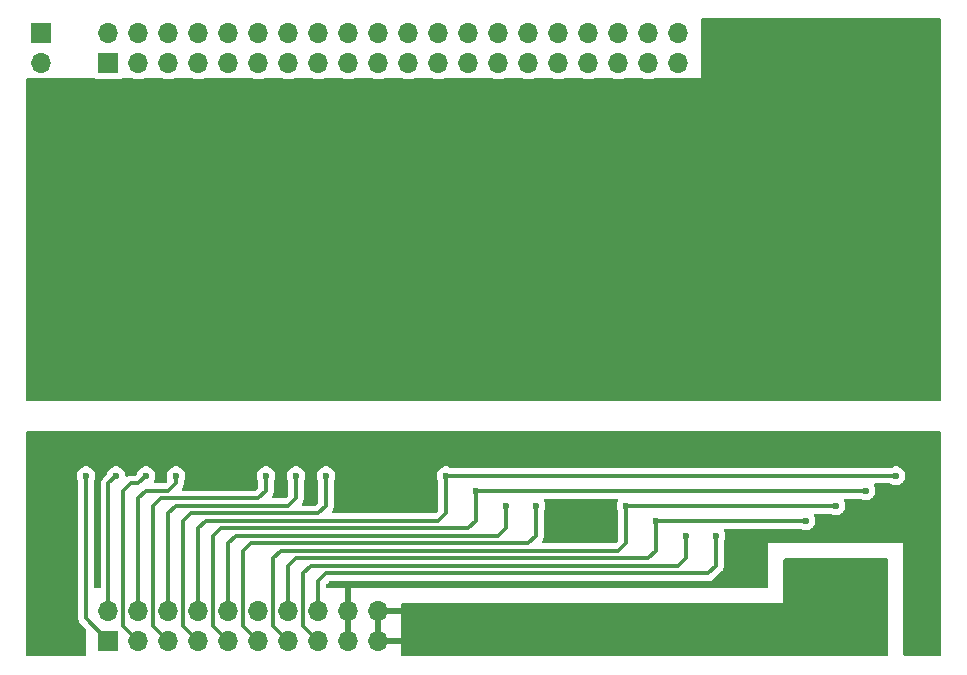
<source format=gbl>
G04 #@! TF.GenerationSoftware,KiCad,Pcbnew,9.0.0*
G04 #@! TF.CreationDate,2025-03-06T11:49:08+09:00*
G04 #@! TF.ProjectId,ufb_hat,7566625f-6861-4742-9e6b-696361645f70,rev?*
G04 #@! TF.SameCoordinates,PX2fd7508PY6486dd0*
G04 #@! TF.FileFunction,Copper,L2,Bot*
G04 #@! TF.FilePolarity,Positive*
%FSLAX46Y46*%
G04 Gerber Fmt 4.6, Leading zero omitted, Abs format (unit mm)*
G04 Created by KiCad (PCBNEW 9.0.0) date 2025-03-06 11:49:08*
%MOMM*%
%LPD*%
G01*
G04 APERTURE LIST*
G04 #@! TA.AperFunction,ComponentPad*
%ADD10R,1.700000X1.700000*%
G04 #@! TD*
G04 #@! TA.AperFunction,ComponentPad*
%ADD11O,1.700000X1.700000*%
G04 #@! TD*
G04 #@! TA.AperFunction,ViaPad*
%ADD12C,0.600000*%
G04 #@! TD*
G04 #@! TA.AperFunction,Conductor*
%ADD13C,0.300000*%
G04 #@! TD*
G04 #@! TA.AperFunction,Conductor*
%ADD14C,0.500000*%
G04 #@! TD*
G04 APERTURE END LIST*
D10*
G04 #@! TO.P,J3,1,Pin_1*
G04 #@! TO.N,Net-(J3-Pin_1)*
X2540000Y53975000D03*
D11*
G04 #@! TO.P,J3,2,Pin_2*
G04 #@! TO.N,/GND2*
X2540000Y51435000D03*
G04 #@! TD*
D10*
G04 #@! TO.P,J2,1,Pin_1*
G04 #@! TO.N,/UP*
X8255000Y2540000D03*
D11*
G04 #@! TO.P,J2,2,Pin_2*
G04 #@! TO.N,/DOWN*
X8255000Y5080000D03*
G04 #@! TO.P,J2,3,Pin_3*
G04 #@! TO.N,/RIGHT*
X10795000Y2540000D03*
G04 #@! TO.P,J2,4,Pin_4*
G04 #@! TO.N,/LEFT*
X10795000Y5080000D03*
G04 #@! TO.P,J2,5,Pin_5*
G04 #@! TO.N,/SHARE*
X13335000Y2540000D03*
G04 #@! TO.P,J2,6,Pin_6*
G04 #@! TO.N,/PS*
X13335000Y5080000D03*
G04 #@! TO.P,J2,7,Pin_7*
G04 #@! TO.N,/OPT*
X15875000Y2540000D03*
G04 #@! TO.P,J2,8,Pin_8*
G04 #@! TO.N,/P1*
X15875000Y5080000D03*
G04 #@! TO.P,J2,9,Pin_9*
G04 #@! TO.N,/P2*
X18415000Y2540000D03*
G04 #@! TO.P,J2,10,Pin_10*
G04 #@! TO.N,/P3*
X18415000Y5080000D03*
G04 #@! TO.P,J2,11,Pin_11*
G04 #@! TO.N,/P4*
X20955000Y2540000D03*
G04 #@! TO.P,J2,12,Pin_12*
G04 #@! TO.N,unconnected-(J2-Pin_12-Pad12)*
X20955000Y5080000D03*
G04 #@! TO.P,J2,13,Pin_13*
G04 #@! TO.N,/K1*
X23495000Y2540000D03*
G04 #@! TO.P,J2,14,Pin_14*
G04 #@! TO.N,/K2*
X23495000Y5080000D03*
G04 #@! TO.P,J2,15,Pin_15*
G04 #@! TO.N,/K3*
X26035000Y2540000D03*
G04 #@! TO.P,J2,16,Pin_16*
G04 #@! TO.N,/K4*
X26035000Y5080000D03*
G04 #@! TO.P,J2,17,Pin_17*
G04 #@! TO.N,/GND1*
X28575000Y2540000D03*
G04 #@! TO.P,J2,18,Pin_18*
X28575000Y5080000D03*
G04 #@! TO.P,J2,19,Pin_19*
G04 #@! TO.N,/VCC*
X31115000Y2540000D03*
G04 #@! TO.P,J2,20,Pin_20*
X31115000Y5080000D03*
G04 #@! TD*
D10*
G04 #@! TO.P,J1,1,3V3*
G04 #@! TO.N,unconnected-(J1-3V3-Pad1)_1*
X8255000Y51435000D03*
D11*
G04 #@! TO.P,J1,2,5V*
G04 #@! TO.N,Net-(J3-Pin_1)*
X8255000Y53975000D03*
G04 #@! TO.P,J1,3,GPIO2/SDA*
G04 #@! TO.N,unconnected-(J1-GPIO2{slash}SDA-Pad3)*
X10795000Y51435000D03*
G04 #@! TO.P,J1,4,5V*
G04 #@! TO.N,Net-(J3-Pin_1)*
X10795000Y53975000D03*
G04 #@! TO.P,J1,5,GPIO3/SCL*
G04 #@! TO.N,unconnected-(J1-GPIO3{slash}SCL-Pad5)*
X13335000Y51435000D03*
G04 #@! TO.P,J1,6,GND*
G04 #@! TO.N,/GND2*
X13335000Y53975000D03*
G04 #@! TO.P,J1,7,GPIO4/GCLK0*
G04 #@! TO.N,unconnected-(J1-GPIO4{slash}GCLK0-Pad7)*
X15875000Y51435000D03*
G04 #@! TO.P,J1,8,GPIO14/TXD*
G04 #@! TO.N,/GPIO14*
X15875000Y53975000D03*
G04 #@! TO.P,J1,9,GND*
G04 #@! TO.N,/GND2*
X18415000Y51435000D03*
G04 #@! TO.P,J1,10,GPIO15/RXD*
G04 #@! TO.N,/GPIO15*
X18415000Y53975000D03*
G04 #@! TO.P,J1,11,GPIO17*
G04 #@! TO.N,/GPIO18*
X20955000Y51435000D03*
G04 #@! TO.P,J1,12,GPIO18/PWM0*
G04 #@! TO.N,/GPIO17*
X20955000Y53975000D03*
G04 #@! TO.P,J1,13,GPIO27*
G04 #@! TO.N,/GPIO27*
X23495000Y51435000D03*
G04 #@! TO.P,J1,14,GND*
G04 #@! TO.N,/GND2*
X23495000Y53975000D03*
G04 #@! TO.P,J1,15,GPIO22*
G04 #@! TO.N,/GPIO22*
X26035000Y51435000D03*
G04 #@! TO.P,J1,16,GPIO23*
G04 #@! TO.N,/GPIO23*
X26035000Y53975000D03*
G04 #@! TO.P,J1,17,3V3*
G04 #@! TO.N,unconnected-(J1-3V3-Pad1)*
X28575000Y51435000D03*
G04 #@! TO.P,J1,18,GPIO24*
G04 #@! TO.N,/GPIO24*
X28575000Y53975000D03*
G04 #@! TO.P,J1,19,GPIO10/MOSI0*
G04 #@! TO.N,/GPIO10*
X31115000Y51435000D03*
G04 #@! TO.P,J1,20,GND*
G04 #@! TO.N,/GND2*
X31115000Y53975000D03*
G04 #@! TO.P,J1,21,GPIO9/MISO0*
G04 #@! TO.N,/GPIO9*
X33655000Y51435000D03*
G04 #@! TO.P,J1,22,GPIO25*
G04 #@! TO.N,/GPIO25*
X33655000Y53975000D03*
G04 #@! TO.P,J1,23,GPIO11/SCLK0*
G04 #@! TO.N,/GPIO11*
X36195000Y51435000D03*
G04 #@! TO.P,J1,24,GPIO8/~{CE0}*
G04 #@! TO.N,/GPIO8*
X36195000Y53975000D03*
G04 #@! TO.P,J1,25,GND*
G04 #@! TO.N,/GND2*
X38735000Y51435000D03*
G04 #@! TO.P,J1,26,GPIO7/~{CE1}*
G04 #@! TO.N,unconnected-(J1-GPIO7{slash}~{CE1}-Pad26)*
X38735000Y53975000D03*
G04 #@! TO.P,J1,27,GPIO0/ID_SD*
G04 #@! TO.N,unconnected-(J1-GPIO0{slash}ID_SD-Pad27)*
X41275000Y51435000D03*
G04 #@! TO.P,J1,28,GPIO1/ID_SC*
G04 #@! TO.N,unconnected-(J1-GPIO1{slash}ID_SC-Pad28)*
X41275000Y53975000D03*
G04 #@! TO.P,J1,29,GPIO5/GCLK1*
G04 #@! TO.N,unconnected-(J1-GPIO5{slash}GCLK1-Pad29)*
X43815000Y51435000D03*
G04 #@! TO.P,J1,30,GND*
G04 #@! TO.N,/GND2*
X43815000Y53975000D03*
G04 #@! TO.P,J1,31,GPIO6/GCLK2*
G04 #@! TO.N,unconnected-(J1-GPIO6{slash}GCLK2-Pad31)*
X46355000Y51435000D03*
G04 #@! TO.P,J1,32,GPIO12/PWM0*
G04 #@! TO.N,/GPIO12*
X46355000Y53975000D03*
G04 #@! TO.P,J1,33,GPIO13/PWM1*
G04 #@! TO.N,/GPIO13*
X48895000Y51435000D03*
G04 #@! TO.P,J1,34,GND*
G04 #@! TO.N,/GND2*
X48895000Y53975000D03*
G04 #@! TO.P,J1,35,GPIO19/MISO1*
G04 #@! TO.N,/GPIO19*
X51435000Y51435000D03*
G04 #@! TO.P,J1,36,GPIO16*
G04 #@! TO.N,/GPIO16*
X51435000Y53975000D03*
G04 #@! TO.P,J1,37,GPIO26*
G04 #@! TO.N,/GPIO26*
X53975000Y51435000D03*
G04 #@! TO.P,J1,38,GPIO20/MOSI1*
G04 #@! TO.N,/GPIO20*
X53975000Y53975000D03*
G04 #@! TO.P,J1,39,GND*
G04 #@! TO.N,/GND2*
X56515000Y51435000D03*
G04 #@! TO.P,J1,40,GPIO21/SCLK1*
G04 #@! TO.N,/GPIO21*
X56515000Y53975000D03*
G04 #@! TD*
D12*
G04 #@! TO.N,/GND2*
X62865000Y33655000D03*
X62865000Y23495000D03*
G04 #@! TO.N,/GND1*
X62865000Y7620000D03*
X62865000Y19685000D03*
X47625000Y11430000D03*
X32385000Y13970000D03*
X17145000Y15875000D03*
G04 #@! TO.N,/GND2*
X66675000Y54610000D03*
X78105000Y54610000D03*
X78105000Y44450000D03*
X78105000Y33655000D03*
X78105000Y23495000D03*
G04 #@! TO.N,/GND1*
X78105000Y19685000D03*
X78105000Y10795000D03*
X78105000Y1905000D03*
G04 #@! TO.N,/VCC*
X66675000Y1905000D03*
X55880000Y1905000D03*
X45085000Y1905000D03*
G04 #@! TO.N,/LEFT*
X13970000Y16510000D03*
G04 #@! TO.N,/PS*
X24130000Y16510000D03*
G04 #@! TO.N,/P1*
X74930000Y16510000D03*
X36830000Y16510000D03*
G04 #@! TO.N,/RIGHT*
X11430000Y16510000D03*
G04 #@! TO.N,/K2*
X67310000Y12700000D03*
X54610000Y12700000D03*
G04 #@! TO.N,/P4*
X44450000Y13970000D03*
G04 #@! TO.N,/P3*
X41910000Y13970000D03*
G04 #@! TO.N,/K4*
X59690000Y11430000D03*
G04 #@! TO.N,/P2*
X39370000Y15240000D03*
X72390000Y15240000D03*
G04 #@! TO.N,/SHARE*
X21590000Y16510000D03*
G04 #@! TO.N,/OPT*
X26670000Y16510000D03*
G04 #@! TO.N,/K3*
X57150000Y11430000D03*
G04 #@! TO.N,/UP*
X6350000Y16510000D03*
G04 #@! TO.N,/K1*
X69850000Y13970000D03*
X52070000Y13970000D03*
G04 #@! TO.N,/DOWN*
X8890000Y16510000D03*
G04 #@! TO.N,/GND1*
X1905000Y10795000D03*
X28575000Y6985000D03*
X17145000Y19685000D03*
X47625000Y19685000D03*
X1905000Y19685000D03*
X32385000Y19685000D03*
X1905000Y1905000D03*
G04 #@! TO.N,/VCC*
X72390000Y8255000D03*
X33655000Y5080000D03*
X33655000Y2540000D03*
X67310000Y8255000D03*
G04 #@! TO.N,/GND2*
X67310000Y46355000D03*
X38100000Y27940000D03*
X12700000Y27940000D03*
X38100000Y41275000D03*
X58420000Y45085000D03*
X47625000Y42545000D03*
X17145000Y44450000D03*
X55880000Y44450000D03*
X69850000Y46990000D03*
X22860000Y27940000D03*
X38100000Y35560000D03*
X40640000Y27940000D03*
X10160000Y27940000D03*
X25400000Y27940000D03*
X25400000Y46990000D03*
X43180000Y42545000D03*
X43180000Y35560000D03*
X69850000Y27940000D03*
X12700000Y35560000D03*
X18415000Y49530000D03*
X1905000Y23495000D03*
X47625000Y33655000D03*
X32385000Y33655000D03*
X24765000Y49530000D03*
X7620000Y27940000D03*
X55880000Y35560000D03*
X40640000Y41910000D03*
X12700000Y45720000D03*
X1905000Y44450000D03*
X38735000Y49530000D03*
X10160000Y35560000D03*
X45085000Y49530000D03*
X1905000Y33655000D03*
X40640000Y35560000D03*
X2540000Y49530000D03*
X43180000Y27940000D03*
X67310000Y27940000D03*
X47625000Y23495000D03*
X7620000Y46990000D03*
X32385000Y23495000D03*
X67310000Y35560000D03*
X25400000Y35560000D03*
X53340000Y35560000D03*
X10160000Y46355000D03*
X72390000Y35560000D03*
X72390000Y27940000D03*
X27940000Y35560000D03*
X62865000Y45085000D03*
X58420000Y27940000D03*
X7620000Y35560000D03*
X27940000Y46990000D03*
X58420000Y35560000D03*
X17145000Y33655000D03*
X27940000Y27940000D03*
X53340000Y27940000D03*
X56515000Y49530000D03*
X32385000Y40005000D03*
X72390000Y47625000D03*
X55880000Y27940000D03*
X17145000Y23495000D03*
X53340000Y43815000D03*
X22860000Y35560000D03*
X50165000Y49530000D03*
X32385000Y49530000D03*
X69850000Y35560000D03*
X12065000Y49530000D03*
G04 #@! TD*
D13*
G04 #@! TO.N,/LEFT*
X13970000Y15875000D02*
X13970000Y16510000D01*
X13335000Y15240000D02*
X13970000Y15875000D01*
X11430000Y15240000D02*
X13335000Y15240000D01*
X10795000Y14605000D02*
X11430000Y15240000D01*
X10795000Y5080000D02*
X10795000Y14605000D01*
G04 #@! TO.N,/PS*
X13335000Y13335000D02*
X13335000Y5080000D01*
X24130000Y16510000D02*
X24130000Y14605000D01*
X24130000Y14605000D02*
X23495000Y13970000D01*
X13970000Y13970000D02*
X13335000Y13335000D01*
X23495000Y13970000D02*
X13970000Y13970000D01*
G04 #@! TO.N,/P1*
X15875000Y12065000D02*
X15875000Y5080000D01*
X36830000Y16510000D02*
X36830000Y13335000D01*
X36830000Y13335000D02*
X36195000Y12700000D01*
X74914000Y16526000D02*
X36846000Y16526000D01*
X36195000Y12700000D02*
X16510000Y12700000D01*
X16510000Y12700000D02*
X15875000Y12065000D01*
X74930000Y16510000D02*
X74914000Y16526000D01*
X36846000Y16526000D02*
X36830000Y16510000D01*
G04 #@! TO.N,/RIGHT*
X10795000Y2540000D02*
X9525000Y3810000D01*
X9525000Y15240000D02*
X10160000Y15875000D01*
X10160000Y15875000D02*
X10795000Y15875000D01*
X9525000Y3810000D02*
X9525000Y15240000D01*
X10795000Y15875000D02*
X11430000Y16510000D01*
G04 #@! TO.N,/K2*
X24130000Y9525000D02*
X23495000Y8890000D01*
X54610000Y12700000D02*
X54610000Y10160000D01*
X67310000Y12700000D02*
X54610000Y12700000D01*
X53975000Y9525000D02*
X24130000Y9525000D01*
X23495000Y8890000D02*
X23495000Y5080000D01*
X54610000Y10160000D02*
X53975000Y9525000D01*
G04 #@! TO.N,/P4*
X19685000Y3810000D02*
X20955000Y2540000D01*
X43815000Y10795000D02*
X20320000Y10795000D01*
X44450000Y11430000D02*
X43815000Y10795000D01*
X44450000Y13970000D02*
X44450000Y11430000D01*
X19685000Y10160000D02*
X19685000Y3810000D01*
X20320000Y10795000D02*
X19685000Y10160000D01*
G04 #@! TO.N,/P3*
X41275000Y11430000D02*
X19050000Y11430000D01*
X41910000Y13970000D02*
X41910000Y12065000D01*
X18415000Y10795000D02*
X18415000Y5080000D01*
X19050000Y11430000D02*
X18415000Y10795000D01*
X41910000Y12065000D02*
X41275000Y11430000D01*
G04 #@! TO.N,/K4*
X59690000Y8890000D02*
X59055000Y8255000D01*
X26670000Y8255000D02*
X26035000Y7620000D01*
X59690000Y11430000D02*
X59690000Y8890000D01*
X59055000Y8255000D02*
X26670000Y8255000D01*
X26035000Y7620000D02*
X26035000Y5080000D01*
G04 #@! TO.N,/P2*
X39370000Y15240000D02*
X39370000Y12700000D01*
X39370000Y12700000D02*
X38735000Y12065000D01*
X17780000Y12065000D02*
X17145000Y11430000D01*
X17145000Y11430000D02*
X17145000Y3810000D01*
X72390000Y15240000D02*
X39370000Y15240000D01*
X17145000Y3810000D02*
X18415000Y2540000D01*
X38735000Y12065000D02*
X17780000Y12065000D01*
G04 #@! TO.N,/SHARE*
X13335000Y2540000D02*
X12065000Y3810000D01*
X12700000Y14605000D02*
X20955000Y14605000D01*
X21590000Y15240000D02*
X21590000Y16510000D01*
X20955000Y14605000D02*
X21590000Y15240000D01*
X12065000Y3810000D02*
X12065000Y13970000D01*
X12065000Y13970000D02*
X12700000Y14605000D01*
G04 #@! TO.N,/OPT*
X15875000Y2540000D02*
X14605000Y3810000D01*
X26670000Y13970000D02*
X26670000Y16510000D01*
X14605000Y3810000D02*
X14605000Y12700000D01*
X14605000Y12700000D02*
X15240000Y13335000D01*
X26035000Y13335000D02*
X26670000Y13970000D01*
X15240000Y13335000D02*
X26035000Y13335000D01*
G04 #@! TO.N,/K3*
X25400000Y8890000D02*
X24765000Y8255000D01*
X24765000Y8255000D02*
X24765000Y3810000D01*
X57150000Y11430000D02*
X57150000Y9525000D01*
X24765000Y3810000D02*
X26035000Y2540000D01*
X56515000Y8890000D02*
X25400000Y8890000D01*
X57150000Y9525000D02*
X56515000Y8890000D01*
G04 #@! TO.N,/UP*
X8255000Y2540000D02*
X6350000Y4445000D01*
X6350000Y4445000D02*
X6350000Y16510000D01*
G04 #@! TO.N,/K1*
X51435000Y10160000D02*
X22860000Y10160000D01*
X52070000Y10795000D02*
X51435000Y10160000D01*
X52070000Y13970000D02*
X52070000Y10795000D01*
X22225000Y3810000D02*
X23495000Y2540000D01*
X69850000Y13970000D02*
X52070000Y13970000D01*
X22860000Y10160000D02*
X22225000Y9525000D01*
X22225000Y9525000D02*
X22225000Y3810000D01*
G04 #@! TO.N,/DOWN*
X8255000Y5080000D02*
X8255000Y15875000D01*
X8255000Y15875000D02*
X8890000Y16510000D01*
D14*
G04 #@! TO.N,/GND1*
X28575000Y2540000D02*
X28575000Y6985000D01*
G04 #@! TO.N,/VCC*
X31115000Y2540000D02*
X33655000Y2540000D01*
X31115000Y5080000D02*
X33655000Y5080000D01*
X31115000Y2540000D02*
X31115000Y5080000D01*
G04 #@! TD*
G04 #@! TA.AperFunction,Conductor*
G04 #@! TO.N,/GND2*
G36*
X78683039Y55225315D02*
G01*
X78728794Y55172511D01*
X78740000Y55121000D01*
X78740000Y22984000D01*
X78720315Y22916961D01*
X78667511Y22871206D01*
X78616000Y22860000D01*
X1394000Y22860000D01*
X1326961Y22879685D01*
X1281206Y22932489D01*
X1270000Y22984000D01*
X1270000Y50041000D01*
X1289685Y50108039D01*
X1342489Y50153794D01*
X1394000Y50165000D01*
X7089611Y50165000D01*
X7156650Y50145315D01*
X7162209Y50141456D01*
X7162665Y50141207D01*
X7162669Y50141204D01*
X7162672Y50141203D01*
X7297517Y50090909D01*
X7297516Y50090909D01*
X7304444Y50090165D01*
X7357127Y50084500D01*
X9152872Y50084501D01*
X9212483Y50090909D01*
X9347331Y50141204D01*
X9347336Y50141209D01*
X9355109Y50145452D01*
X9355933Y50143943D01*
X9411543Y50164684D01*
X9420389Y50165000D01*
X10313709Y50165000D01*
X10352027Y50158932D01*
X10478757Y50117754D01*
X10688713Y50084500D01*
X10688714Y50084500D01*
X10901286Y50084500D01*
X10901287Y50084500D01*
X11111243Y50117754D01*
X11237972Y50158932D01*
X11276291Y50165000D01*
X12853709Y50165000D01*
X12892027Y50158932D01*
X13018757Y50117754D01*
X13228713Y50084500D01*
X13228714Y50084500D01*
X13441286Y50084500D01*
X13441287Y50084500D01*
X13651243Y50117754D01*
X13777972Y50158932D01*
X13816291Y50165000D01*
X15393709Y50165000D01*
X15432027Y50158932D01*
X15558757Y50117754D01*
X15768713Y50084500D01*
X15768714Y50084500D01*
X15981286Y50084500D01*
X15981287Y50084500D01*
X16191243Y50117754D01*
X16317972Y50158932D01*
X16356291Y50165000D01*
X20473709Y50165000D01*
X20512027Y50158932D01*
X20638757Y50117754D01*
X20848713Y50084500D01*
X20848714Y50084500D01*
X21061286Y50084500D01*
X21061287Y50084500D01*
X21271243Y50117754D01*
X21397972Y50158932D01*
X21436291Y50165000D01*
X23013709Y50165000D01*
X23052027Y50158932D01*
X23178757Y50117754D01*
X23388713Y50084500D01*
X23388714Y50084500D01*
X23601286Y50084500D01*
X23601287Y50084500D01*
X23811243Y50117754D01*
X23937972Y50158932D01*
X23976291Y50165000D01*
X25553709Y50165000D01*
X25592027Y50158932D01*
X25718757Y50117754D01*
X25928713Y50084500D01*
X25928714Y50084500D01*
X26141286Y50084500D01*
X26141287Y50084500D01*
X26351243Y50117754D01*
X26477972Y50158932D01*
X26516291Y50165000D01*
X28093709Y50165000D01*
X28132027Y50158932D01*
X28258757Y50117754D01*
X28468713Y50084500D01*
X28468714Y50084500D01*
X28681286Y50084500D01*
X28681287Y50084500D01*
X28891243Y50117754D01*
X29017972Y50158932D01*
X29056291Y50165000D01*
X30633709Y50165000D01*
X30672027Y50158932D01*
X30798757Y50117754D01*
X31008713Y50084500D01*
X31008714Y50084500D01*
X31221286Y50084500D01*
X31221287Y50084500D01*
X31431243Y50117754D01*
X31557972Y50158932D01*
X31596291Y50165000D01*
X33173709Y50165000D01*
X33212027Y50158932D01*
X33338757Y50117754D01*
X33548713Y50084500D01*
X33548714Y50084500D01*
X33761286Y50084500D01*
X33761287Y50084500D01*
X33971243Y50117754D01*
X34097972Y50158932D01*
X34136291Y50165000D01*
X35713709Y50165000D01*
X35752027Y50158932D01*
X35878757Y50117754D01*
X36088713Y50084500D01*
X36088714Y50084500D01*
X36301286Y50084500D01*
X36301287Y50084500D01*
X36511243Y50117754D01*
X36637972Y50158932D01*
X36676291Y50165000D01*
X40793709Y50165000D01*
X40832027Y50158932D01*
X40958757Y50117754D01*
X41168713Y50084500D01*
X41168714Y50084500D01*
X41381286Y50084500D01*
X41381287Y50084500D01*
X41591243Y50117754D01*
X41717972Y50158932D01*
X41756291Y50165000D01*
X43333709Y50165000D01*
X43372027Y50158932D01*
X43498757Y50117754D01*
X43708713Y50084500D01*
X43708714Y50084500D01*
X43921286Y50084500D01*
X43921287Y50084500D01*
X44131243Y50117754D01*
X44257972Y50158932D01*
X44296291Y50165000D01*
X45873709Y50165000D01*
X45912027Y50158932D01*
X46038757Y50117754D01*
X46248713Y50084500D01*
X46248714Y50084500D01*
X46461286Y50084500D01*
X46461287Y50084500D01*
X46671243Y50117754D01*
X46797972Y50158932D01*
X46836291Y50165000D01*
X48413709Y50165000D01*
X48452027Y50158932D01*
X48578757Y50117754D01*
X48788713Y50084500D01*
X48788714Y50084500D01*
X49001286Y50084500D01*
X49001287Y50084500D01*
X49211243Y50117754D01*
X49337972Y50158932D01*
X49376291Y50165000D01*
X50953709Y50165000D01*
X50992027Y50158932D01*
X51118757Y50117754D01*
X51328713Y50084500D01*
X51328714Y50084500D01*
X51541286Y50084500D01*
X51541287Y50084500D01*
X51751243Y50117754D01*
X51877972Y50158932D01*
X51916291Y50165000D01*
X53493709Y50165000D01*
X53532027Y50158932D01*
X53658757Y50117754D01*
X53868713Y50084500D01*
X53868714Y50084500D01*
X54081286Y50084500D01*
X54081287Y50084500D01*
X54291243Y50117754D01*
X54417972Y50158932D01*
X54456291Y50165000D01*
X58420000Y50165000D01*
X58420000Y55121000D01*
X58439685Y55188039D01*
X58492489Y55233794D01*
X58544000Y55245000D01*
X78616000Y55245000D01*
X78683039Y55225315D01*
G37*
G04 #@! TD.AperFunction*
G04 #@! TD*
G04 #@! TA.AperFunction,Conductor*
G04 #@! TO.N,/VCC*
G36*
X74238039Y9505315D02*
G01*
X74283794Y9452511D01*
X74295000Y9401000D01*
X74295000Y1394000D01*
X74275315Y1326961D01*
X74222511Y1281206D01*
X74171000Y1270000D01*
X33144000Y1270000D01*
X33076961Y1289685D01*
X33031206Y1342489D01*
X33020000Y1394000D01*
X33020000Y5591000D01*
X33039685Y5658039D01*
X33092489Y5703794D01*
X33144000Y5715000D01*
X65405000Y5715000D01*
X65405000Y9401000D01*
X65424685Y9468039D01*
X65477489Y9513794D01*
X65529000Y9525000D01*
X74171000Y9525000D01*
X74238039Y9505315D01*
G37*
G04 #@! TD.AperFunction*
G04 #@! TD*
G04 #@! TA.AperFunction,Conductor*
G04 #@! TO.N,/GND1*
G36*
X78683039Y20300315D02*
G01*
X78728794Y20247511D01*
X78740000Y20196000D01*
X78740000Y1394000D01*
X78720315Y1326961D01*
X78667511Y1281206D01*
X78616000Y1270000D01*
X75689000Y1270000D01*
X75621961Y1289685D01*
X75576206Y1342489D01*
X75565000Y1394000D01*
X75565000Y10795000D01*
X64135000Y10795000D01*
X64135000Y7109000D01*
X64115315Y7041961D01*
X64062511Y6996206D01*
X64011000Y6985000D01*
X26809500Y6985000D01*
X26800814Y6987551D01*
X26791853Y6986262D01*
X26767812Y6997241D01*
X26742461Y7004685D01*
X26736533Y7011526D01*
X26728297Y7015287D01*
X26714007Y7037522D01*
X26696706Y7057489D01*
X26694418Y7068004D01*
X26690523Y7074065D01*
X26685500Y7109000D01*
X26685500Y7299192D01*
X26705185Y7366231D01*
X26721819Y7386873D01*
X26903127Y7568181D01*
X26964450Y7601666D01*
X26990808Y7604500D01*
X59119071Y7604500D01*
X59203615Y7621318D01*
X59244744Y7629499D01*
X59363127Y7678535D01*
X59371402Y7684065D01*
X59371409Y7684067D01*
X59371409Y7684068D01*
X59444937Y7733198D01*
X59469669Y7749723D01*
X60195277Y8475331D01*
X60266466Y8581874D01*
X60315501Y8700257D01*
X60340500Y8825931D01*
X60340500Y8954069D01*
X60340500Y10925065D01*
X60360185Y10992104D01*
X60361366Y10993910D01*
X60399394Y11050821D01*
X60459737Y11196503D01*
X60490500Y11351158D01*
X60490500Y11508842D01*
X60490500Y11508845D01*
X60490499Y11508847D01*
X60465558Y11634232D01*
X60459737Y11663497D01*
X60444847Y11699446D01*
X60399397Y11809173D01*
X60399390Y11809186D01*
X60367703Y11856609D01*
X60346825Y11923287D01*
X60365310Y11990667D01*
X60417289Y12037357D01*
X60470805Y12049500D01*
X66805065Y12049500D01*
X66872104Y12029815D01*
X66873909Y12028634D01*
X66930821Y11990606D01*
X66930823Y11990605D01*
X66930827Y11990603D01*
X67052298Y11940289D01*
X67076503Y11930263D01*
X67189165Y11907853D01*
X67231153Y11899501D01*
X67231156Y11899500D01*
X67231158Y11899500D01*
X67388844Y11899500D01*
X67388845Y11899501D01*
X67543497Y11930263D01*
X67689179Y11990606D01*
X67820289Y12078211D01*
X67931789Y12189711D01*
X68019394Y12320821D01*
X68079737Y12466503D01*
X68110500Y12621158D01*
X68110500Y12778842D01*
X68110500Y12778845D01*
X68110499Y12778847D01*
X68085558Y12904232D01*
X68079737Y12933497D01*
X68064847Y12969446D01*
X68019397Y13079173D01*
X68019390Y13079186D01*
X67987703Y13126609D01*
X67966825Y13193287D01*
X67985310Y13260667D01*
X68037289Y13307357D01*
X68090805Y13319500D01*
X69345065Y13319500D01*
X69412104Y13299815D01*
X69413909Y13298634D01*
X69470821Y13260606D01*
X69470823Y13260605D01*
X69470827Y13260603D01*
X69592298Y13210289D01*
X69616503Y13200263D01*
X69729165Y13177853D01*
X69771153Y13169501D01*
X69771156Y13169500D01*
X69771158Y13169500D01*
X69928844Y13169500D01*
X69928845Y13169501D01*
X70083497Y13200263D01*
X70229179Y13260606D01*
X70360289Y13348211D01*
X70471789Y13459711D01*
X70559394Y13590821D01*
X70619737Y13736503D01*
X70650500Y13891158D01*
X70650500Y14048842D01*
X70650500Y14048845D01*
X70650499Y14048847D01*
X70625558Y14174232D01*
X70619737Y14203497D01*
X70604847Y14239446D01*
X70559397Y14349173D01*
X70559390Y14349186D01*
X70527703Y14396609D01*
X70506825Y14463287D01*
X70525310Y14530667D01*
X70577289Y14577357D01*
X70630805Y14589500D01*
X71885065Y14589500D01*
X71952104Y14569815D01*
X71953909Y14568634D01*
X72010821Y14530606D01*
X72010823Y14530605D01*
X72010827Y14530603D01*
X72132298Y14480289D01*
X72156503Y14470263D01*
X72269165Y14447853D01*
X72311153Y14439501D01*
X72311156Y14439500D01*
X72311158Y14439500D01*
X72468844Y14439500D01*
X72468845Y14439501D01*
X72623497Y14470263D01*
X72769179Y14530606D01*
X72900289Y14618211D01*
X73011789Y14729711D01*
X73099394Y14860821D01*
X73159737Y15006503D01*
X73190500Y15161158D01*
X73190500Y15318842D01*
X73190500Y15318845D01*
X73190499Y15318847D01*
X73165558Y15444232D01*
X73159737Y15473497D01*
X73144847Y15509446D01*
X73099397Y15619173D01*
X73099390Y15619186D01*
X73057012Y15682609D01*
X73036134Y15749287D01*
X73054619Y15816667D01*
X73106597Y15863357D01*
X73160114Y15875500D01*
X74401119Y15875500D01*
X74468158Y15855815D01*
X74470010Y15854602D01*
X74550821Y15800606D01*
X74696503Y15740263D01*
X74800468Y15719583D01*
X74851153Y15709501D01*
X74851156Y15709500D01*
X74851158Y15709500D01*
X75008844Y15709500D01*
X75008845Y15709501D01*
X75163497Y15740263D01*
X75309179Y15800606D01*
X75440289Y15888211D01*
X75551789Y15999711D01*
X75639394Y16130821D01*
X75699737Y16276503D01*
X75730500Y16431158D01*
X75730500Y16588842D01*
X75730500Y16588845D01*
X75730499Y16588847D01*
X75699738Y16743490D01*
X75699738Y16743492D01*
X75699737Y16743497D01*
X75699735Y16743502D01*
X75639397Y16889173D01*
X75639390Y16889186D01*
X75551789Y17020289D01*
X75551786Y17020293D01*
X75440292Y17131787D01*
X75440288Y17131790D01*
X75309185Y17219391D01*
X75309172Y17219398D01*
X75163501Y17279736D01*
X75163489Y17279739D01*
X75008845Y17310500D01*
X75008842Y17310500D01*
X74851158Y17310500D01*
X74851155Y17310500D01*
X74696510Y17279739D01*
X74696498Y17279736D01*
X74550827Y17219398D01*
X74550814Y17219391D01*
X74517901Y17197398D01*
X74451224Y17176520D01*
X74449010Y17176500D01*
X37310990Y17176500D01*
X37243951Y17196185D01*
X37242099Y17197398D01*
X37209185Y17219391D01*
X37209172Y17219398D01*
X37063501Y17279736D01*
X37063489Y17279739D01*
X36908845Y17310500D01*
X36908842Y17310500D01*
X36751158Y17310500D01*
X36751155Y17310500D01*
X36596510Y17279739D01*
X36596498Y17279736D01*
X36450827Y17219398D01*
X36450814Y17219391D01*
X36319711Y17131790D01*
X36319707Y17131787D01*
X36208213Y17020293D01*
X36208210Y17020289D01*
X36120609Y16889186D01*
X36120602Y16889173D01*
X36060264Y16743502D01*
X36060261Y16743490D01*
X36029500Y16588847D01*
X36029500Y16431154D01*
X36060261Y16276511D01*
X36060264Y16276499D01*
X36120602Y16130828D01*
X36120606Y16130821D01*
X36158602Y16073956D01*
X36179480Y16007279D01*
X36179500Y16005065D01*
X36179500Y13655808D01*
X36159815Y13588769D01*
X36143181Y13568127D01*
X35961873Y13386819D01*
X35900550Y13353334D01*
X35874192Y13350500D01*
X27269353Y13350500D01*
X27202314Y13370185D01*
X27156559Y13422989D01*
X27146615Y13492147D01*
X27172145Y13550098D01*
X27171893Y13550266D01*
X27172851Y13551700D01*
X27173493Y13553157D01*
X27175269Y13555324D01*
X27175277Y13555331D01*
X27246466Y13661874D01*
X27295501Y13780257D01*
X27317561Y13891156D01*
X27320500Y13905929D01*
X27320500Y16005065D01*
X27340185Y16072104D01*
X27341366Y16073910D01*
X27379394Y16130821D01*
X27439737Y16276503D01*
X27470500Y16431158D01*
X27470500Y16588842D01*
X27470500Y16588845D01*
X27470499Y16588847D01*
X27439738Y16743490D01*
X27439738Y16743492D01*
X27439737Y16743497D01*
X27439735Y16743502D01*
X27379397Y16889173D01*
X27379390Y16889186D01*
X27291789Y17020289D01*
X27291786Y17020293D01*
X27180292Y17131787D01*
X27180288Y17131790D01*
X27049185Y17219391D01*
X27049172Y17219398D01*
X26903501Y17279736D01*
X26903489Y17279739D01*
X26748845Y17310500D01*
X26748842Y17310500D01*
X26591158Y17310500D01*
X26591155Y17310500D01*
X26436510Y17279739D01*
X26436498Y17279736D01*
X26290827Y17219398D01*
X26290814Y17219391D01*
X26159711Y17131790D01*
X26159707Y17131787D01*
X26048213Y17020293D01*
X26048210Y17020289D01*
X25960609Y16889186D01*
X25960602Y16889173D01*
X25900264Y16743502D01*
X25900261Y16743490D01*
X25869500Y16588847D01*
X25869500Y16431154D01*
X25900261Y16276511D01*
X25900264Y16276499D01*
X25960602Y16130828D01*
X25960606Y16130821D01*
X25998602Y16073956D01*
X26019480Y16007279D01*
X26019500Y16005065D01*
X26019500Y14290808D01*
X25999815Y14223769D01*
X25983181Y14203127D01*
X25801873Y14021819D01*
X25740550Y13988334D01*
X25714192Y13985500D01*
X24729353Y13985500D01*
X24662314Y14005185D01*
X24616559Y14057989D01*
X24606615Y14127147D01*
X24632145Y14185098D01*
X24631893Y14185266D01*
X24632851Y14186700D01*
X24633493Y14188157D01*
X24635269Y14190324D01*
X24635277Y14190331D01*
X24706466Y14296874D01*
X24755501Y14415257D01*
X24760324Y14439500D01*
X24760325Y14439503D01*
X24780500Y14540929D01*
X24780500Y16005065D01*
X24800185Y16072104D01*
X24801366Y16073910D01*
X24839394Y16130821D01*
X24899737Y16276503D01*
X24930500Y16431158D01*
X24930500Y16588842D01*
X24930500Y16588845D01*
X24930499Y16588847D01*
X24899738Y16743490D01*
X24899738Y16743492D01*
X24899737Y16743497D01*
X24899735Y16743502D01*
X24839397Y16889173D01*
X24839390Y16889186D01*
X24751789Y17020289D01*
X24751786Y17020293D01*
X24640292Y17131787D01*
X24640288Y17131790D01*
X24509185Y17219391D01*
X24509172Y17219398D01*
X24363501Y17279736D01*
X24363489Y17279739D01*
X24208845Y17310500D01*
X24208842Y17310500D01*
X24051158Y17310500D01*
X24051155Y17310500D01*
X23896510Y17279739D01*
X23896498Y17279736D01*
X23750827Y17219398D01*
X23750814Y17219391D01*
X23619711Y17131790D01*
X23619707Y17131787D01*
X23508213Y17020293D01*
X23508210Y17020289D01*
X23420609Y16889186D01*
X23420602Y16889173D01*
X23360264Y16743502D01*
X23360261Y16743490D01*
X23329500Y16588847D01*
X23329500Y16431154D01*
X23360261Y16276511D01*
X23360264Y16276499D01*
X23420602Y16130828D01*
X23420606Y16130821D01*
X23458602Y16073956D01*
X23479480Y16007279D01*
X23479500Y16005065D01*
X23479500Y14925808D01*
X23459815Y14858769D01*
X23443181Y14838127D01*
X23261873Y14656819D01*
X23200550Y14623334D01*
X23174192Y14620500D01*
X22189353Y14620500D01*
X22122314Y14640185D01*
X22076559Y14692989D01*
X22066615Y14762147D01*
X22092145Y14820098D01*
X22091893Y14820266D01*
X22092851Y14821700D01*
X22093493Y14823157D01*
X22095269Y14825324D01*
X22095277Y14825331D01*
X22166466Y14931874D01*
X22215501Y15050257D01*
X22237561Y15161156D01*
X22240500Y15175929D01*
X22240500Y16005065D01*
X22260185Y16072104D01*
X22261366Y16073910D01*
X22299394Y16130821D01*
X22359737Y16276503D01*
X22390500Y16431158D01*
X22390500Y16588842D01*
X22390500Y16588845D01*
X22390499Y16588847D01*
X22359738Y16743490D01*
X22359738Y16743492D01*
X22359737Y16743497D01*
X22359735Y16743502D01*
X22299397Y16889173D01*
X22299390Y16889186D01*
X22211789Y17020289D01*
X22211786Y17020293D01*
X22100292Y17131787D01*
X22100288Y17131790D01*
X21969185Y17219391D01*
X21969172Y17219398D01*
X21823501Y17279736D01*
X21823489Y17279739D01*
X21668845Y17310500D01*
X21668842Y17310500D01*
X21511158Y17310500D01*
X21511155Y17310500D01*
X21356510Y17279739D01*
X21356498Y17279736D01*
X21210827Y17219398D01*
X21210814Y17219391D01*
X21079711Y17131790D01*
X21079707Y17131787D01*
X20968213Y17020293D01*
X20968210Y17020289D01*
X20880609Y16889186D01*
X20880602Y16889173D01*
X20820264Y16743502D01*
X20820261Y16743490D01*
X20789500Y16588847D01*
X20789500Y16431154D01*
X20820261Y16276511D01*
X20820264Y16276499D01*
X20880602Y16130828D01*
X20880606Y16130821D01*
X20918602Y16073956D01*
X20939480Y16007279D01*
X20939500Y16005065D01*
X20939500Y15560808D01*
X20919815Y15493769D01*
X20903181Y15473127D01*
X20721873Y15291819D01*
X20660550Y15258334D01*
X20634192Y15255500D01*
X14569353Y15255500D01*
X14502314Y15275185D01*
X14456559Y15327989D01*
X14446615Y15397147D01*
X14472145Y15455098D01*
X14471893Y15455266D01*
X14472851Y15456700D01*
X14473493Y15458157D01*
X14475269Y15460324D01*
X14475277Y15460331D01*
X14546466Y15566874D01*
X14595501Y15685257D01*
X14600324Y15709500D01*
X14600325Y15709503D01*
X14620500Y15810929D01*
X14620500Y16005065D01*
X14640185Y16072104D01*
X14641366Y16073910D01*
X14679394Y16130821D01*
X14739737Y16276503D01*
X14770500Y16431158D01*
X14770500Y16588842D01*
X14770500Y16588845D01*
X14770499Y16588847D01*
X14739738Y16743490D01*
X14739738Y16743492D01*
X14739737Y16743497D01*
X14739735Y16743502D01*
X14679397Y16889173D01*
X14679390Y16889186D01*
X14591789Y17020289D01*
X14591786Y17020293D01*
X14480292Y17131787D01*
X14480288Y17131790D01*
X14349185Y17219391D01*
X14349172Y17219398D01*
X14203501Y17279736D01*
X14203489Y17279739D01*
X14048845Y17310500D01*
X14048842Y17310500D01*
X13891158Y17310500D01*
X13891155Y17310500D01*
X13736510Y17279739D01*
X13736498Y17279736D01*
X13590827Y17219398D01*
X13590814Y17219391D01*
X13459711Y17131790D01*
X13459707Y17131787D01*
X13348213Y17020293D01*
X13348210Y17020289D01*
X13260609Y16889186D01*
X13260602Y16889173D01*
X13200264Y16743502D01*
X13200261Y16743490D01*
X13169500Y16588847D01*
X13169500Y16431154D01*
X13200261Y16276511D01*
X13200263Y16276504D01*
X13242158Y16175357D01*
X13244294Y16155481D01*
X13251280Y16136753D01*
X13247952Y16121456D01*
X13249626Y16105888D01*
X13240677Y16088013D01*
X13236429Y16068480D01*
X13219741Y16046188D01*
X13218350Y16043409D01*
X13215278Y16040226D01*
X13101874Y15926820D01*
X13040551Y15893334D01*
X13014192Y15890500D01*
X12210805Y15890500D01*
X12143766Y15910185D01*
X12098011Y15962989D01*
X12088067Y16032147D01*
X12107703Y16083391D01*
X12139390Y16130815D01*
X12139390Y16130816D01*
X12139394Y16130821D01*
X12199737Y16276503D01*
X12230500Y16431158D01*
X12230500Y16588842D01*
X12230500Y16588845D01*
X12230499Y16588847D01*
X12199738Y16743490D01*
X12199738Y16743492D01*
X12199737Y16743497D01*
X12199735Y16743502D01*
X12139397Y16889173D01*
X12139390Y16889186D01*
X12051789Y17020289D01*
X12051786Y17020293D01*
X11940292Y17131787D01*
X11940288Y17131790D01*
X11809185Y17219391D01*
X11809172Y17219398D01*
X11663501Y17279736D01*
X11663489Y17279739D01*
X11508845Y17310500D01*
X11508842Y17310500D01*
X11351158Y17310500D01*
X11351155Y17310500D01*
X11196510Y17279739D01*
X11196498Y17279736D01*
X11050827Y17219398D01*
X11050814Y17219391D01*
X10919711Y17131790D01*
X10919707Y17131787D01*
X10808213Y17020293D01*
X10808210Y17020289D01*
X10720609Y16889186D01*
X10720602Y16889173D01*
X10660264Y16743502D01*
X10660261Y16743492D01*
X10646920Y16676422D01*
X10638155Y16659667D01*
X10634136Y16641189D01*
X10615390Y16616146D01*
X10614535Y16614511D01*
X10612986Y16612934D01*
X10561874Y16561820D01*
X10500551Y16528334D01*
X10474191Y16525500D01*
X10095929Y16525500D01*
X9970261Y16500503D01*
X9970251Y16500500D01*
X9921220Y16480190D01*
X9861952Y16455641D01*
X9792482Y16448172D01*
X9730003Y16479448D01*
X9694352Y16539537D01*
X9690500Y16570202D01*
X9690500Y16588845D01*
X9690499Y16588847D01*
X9659738Y16743490D01*
X9659738Y16743492D01*
X9659737Y16743497D01*
X9659735Y16743502D01*
X9599397Y16889173D01*
X9599390Y16889186D01*
X9511789Y17020289D01*
X9511786Y17020293D01*
X9400292Y17131787D01*
X9400288Y17131790D01*
X9269185Y17219391D01*
X9269172Y17219398D01*
X9123501Y17279736D01*
X9123489Y17279739D01*
X8968845Y17310500D01*
X8968842Y17310500D01*
X8811158Y17310500D01*
X8811155Y17310500D01*
X8656510Y17279739D01*
X8656498Y17279736D01*
X8510827Y17219398D01*
X8510814Y17219391D01*
X8379711Y17131790D01*
X8379707Y17131787D01*
X8268213Y17020293D01*
X8268210Y17020289D01*
X8180609Y16889186D01*
X8180602Y16889173D01*
X8120264Y16743502D01*
X8120261Y16743492D01*
X8106920Y16676421D01*
X8074535Y16614510D01*
X8072985Y16612932D01*
X7749723Y16289669D01*
X7678534Y16183126D01*
X7629499Y16064745D01*
X7629497Y16064739D01*
X7604500Y15939072D01*
X7604500Y7109000D01*
X7584815Y7041961D01*
X7532011Y6996206D01*
X7480500Y6985000D01*
X7124500Y6985000D01*
X7057461Y7004685D01*
X7011706Y7057489D01*
X7000500Y7109000D01*
X7000500Y16005065D01*
X7020185Y16072104D01*
X7021366Y16073910D01*
X7059394Y16130821D01*
X7119737Y16276503D01*
X7150500Y16431158D01*
X7150500Y16588842D01*
X7150500Y16588845D01*
X7150499Y16588847D01*
X7119738Y16743490D01*
X7119738Y16743492D01*
X7119737Y16743497D01*
X7119735Y16743502D01*
X7059397Y16889173D01*
X7059390Y16889186D01*
X6971789Y17020289D01*
X6971786Y17020293D01*
X6860292Y17131787D01*
X6860288Y17131790D01*
X6729185Y17219391D01*
X6729172Y17219398D01*
X6583501Y17279736D01*
X6583489Y17279739D01*
X6428845Y17310500D01*
X6428842Y17310500D01*
X6271158Y17310500D01*
X6271155Y17310500D01*
X6116510Y17279739D01*
X6116498Y17279736D01*
X5970827Y17219398D01*
X5970814Y17219391D01*
X5839711Y17131790D01*
X5839707Y17131787D01*
X5728213Y17020293D01*
X5728210Y17020289D01*
X5640609Y16889186D01*
X5640602Y16889173D01*
X5580264Y16743502D01*
X5580261Y16743490D01*
X5549500Y16588847D01*
X5549500Y16431154D01*
X5580261Y16276511D01*
X5580264Y16276499D01*
X5640602Y16130828D01*
X5640606Y16130821D01*
X5678602Y16073956D01*
X5699480Y16007279D01*
X5699500Y16005065D01*
X5699500Y4380931D01*
X5699500Y4380929D01*
X5699499Y4380929D01*
X5724497Y4255262D01*
X5724499Y4255256D01*
X5773535Y4136873D01*
X5844723Y4030331D01*
X5844726Y4030327D01*
X5844727Y4030326D01*
X6313681Y3561373D01*
X6347166Y3500050D01*
X6350000Y3473692D01*
X6350000Y1394000D01*
X6330315Y1326961D01*
X6277511Y1281206D01*
X6226000Y1270000D01*
X1394000Y1270000D01*
X1326961Y1289685D01*
X1281206Y1342489D01*
X1270000Y1394000D01*
X1270000Y20196000D01*
X1289685Y20263039D01*
X1342489Y20308794D01*
X1394000Y20320000D01*
X78616000Y20320000D01*
X78683039Y20300315D01*
G37*
G04 #@! TD.AperFunction*
G04 #@! TA.AperFunction,Conductor*
G36*
X51356234Y14569815D02*
G01*
X51401989Y14517011D01*
X51411933Y14447853D01*
X51392297Y14396609D01*
X51360609Y14349186D01*
X51360602Y14349173D01*
X51300264Y14203502D01*
X51300261Y14203490D01*
X51269500Y14048847D01*
X51269500Y13891154D01*
X51300261Y13736511D01*
X51300264Y13736499D01*
X51360602Y13590828D01*
X51360606Y13590821D01*
X51398602Y13533956D01*
X51419480Y13467279D01*
X51419500Y13465065D01*
X51419500Y11115808D01*
X51399815Y11048769D01*
X51383181Y11028127D01*
X51201873Y10846819D01*
X51140550Y10813334D01*
X51114192Y10810500D01*
X45049353Y10810500D01*
X44982314Y10830185D01*
X44936559Y10882989D01*
X44926615Y10952147D01*
X44952145Y11010098D01*
X44951893Y11010266D01*
X44952851Y11011700D01*
X44953493Y11013157D01*
X44955269Y11015324D01*
X44955277Y11015331D01*
X45026466Y11121874D01*
X45075501Y11240257D01*
X45097561Y11351156D01*
X45100500Y11365929D01*
X45100500Y13465065D01*
X45120185Y13532104D01*
X45121366Y13533910D01*
X45159394Y13590821D01*
X45219737Y13736503D01*
X45250500Y13891158D01*
X45250500Y14048842D01*
X45250500Y14048845D01*
X45250499Y14048847D01*
X45225558Y14174232D01*
X45219737Y14203497D01*
X45204847Y14239446D01*
X45159397Y14349173D01*
X45159390Y14349186D01*
X45127703Y14396609D01*
X45106825Y14463287D01*
X45125310Y14530667D01*
X45177289Y14577357D01*
X45230805Y14589500D01*
X51289195Y14589500D01*
X51356234Y14569815D01*
G37*
G04 #@! TD.AperFunction*
G04 #@! TD*
M02*

</source>
